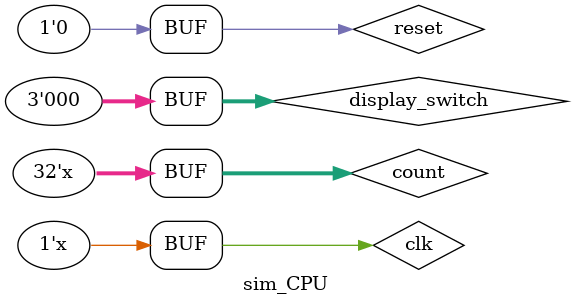
<source format=v>
`timescale 1ns / 1ps


module sim_CPU(
    
    );
    
    
    reg clk, reset;
    reg[2:0] display_switch;
    reg [31:0]count;
    wire [7:0]seg_an, seg;
    
    single_cycle_MIPS CPU(
        .clk_dvid(clk),
        .seg_dvid(clk),
        .reset(reset),
        .display_switch(display_switch),
        .seg_an(seg_an),
        .seg(seg)
        );
    
    
    initial begin
        clk = 0;
        reset = 0;
        display_switch = 0;
        count = 0;
    end
    
    
    always@(*) begin
        #1 clk = ~clk;
        count <= count + 1; 
    end
    
endmodule

</source>
